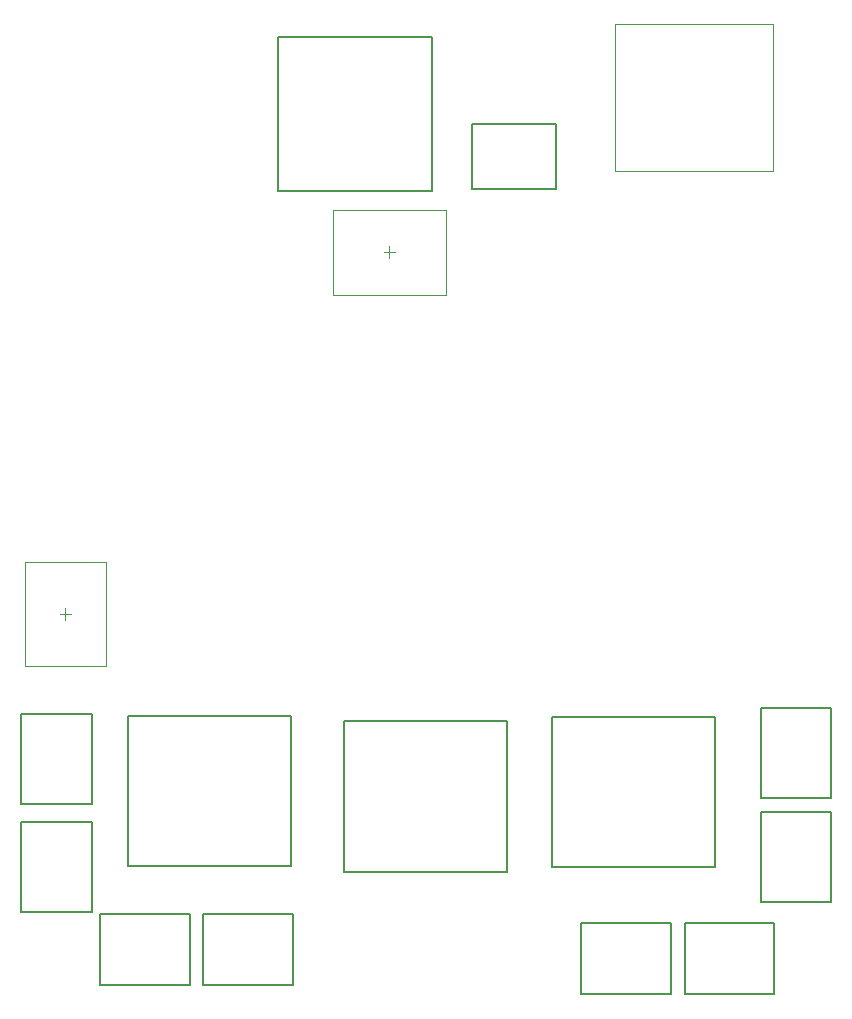
<source format=gbr>
G04*
G04 #@! TF.GenerationSoftware,Altium Limited,Altium Designer,22.9.1 (49)*
G04*
G04 Layer_Color=8388736*
%FSTAX24Y24*%
%MOIN*%
G70*
G04*
G04 #@! TF.SameCoordinates,D3726A14-7932-4F0B-9928-97F3702F6CAB*
G04*
G04*
G04 #@! TF.FilePolarity,Positive*
G04*
G01*
G75*
%ADD13C,0.0079*%
%ADD75C,0.0020*%
D13*
X015193Y029583D02*
X018007D01*
Y027417D02*
Y029583D01*
X015193Y027417D02*
X018007D01*
X015193D02*
Y029583D01*
X003733Y004836D02*
X009167D01*
Y00985D01*
X003733D02*
X009167D01*
X003733Y004836D02*
Y00985D01*
X024822Y006638D02*
X027165D01*
X024822Y003646D02*
Y006638D01*
Y003646D02*
X027165D01*
Y006638D01*
X008741Y032459D02*
X013859D01*
X008741Y027341D02*
Y032459D01*
Y027341D02*
X013859D01*
Y032459D01*
X017883Y009807D02*
X023317D01*
X017883Y004793D02*
Y009807D01*
Y004793D02*
X023317D01*
Y009807D01*
X021828Y000585D02*
Y002928D01*
X018836D02*
X021828D01*
X018836Y000585D02*
Y002928D01*
Y000585D02*
X021828D01*
X025284D02*
Y002928D01*
X022292D02*
X025284D01*
X022292Y000585D02*
Y002928D01*
Y000585D02*
X025284D01*
X024822Y010104D02*
X027165D01*
X024822Y007112D02*
Y010104D01*
Y007112D02*
X027165D01*
Y010104D01*
X009245Y000885D02*
Y003228D01*
X006252D02*
X009245D01*
X006252Y000885D02*
Y003228D01*
Y000885D02*
X009245D01*
X010933Y009657D02*
X016367D01*
X010933Y004643D02*
Y009657D01*
Y004643D02*
X016367D01*
Y009657D01*
X005788Y000885D02*
Y003228D01*
X002796D02*
X005788D01*
X002796Y000885D02*
Y003228D01*
Y000885D02*
X005788D01*
X000185Y003312D02*
X002528D01*
Y006304D01*
X000185D02*
X002528D01*
X000185Y003312D02*
Y006304D01*
Y006896D02*
X002528D01*
Y009888D01*
X000185D02*
X002528D01*
X000185Y006896D02*
Y009888D01*
D75*
X019976Y032891D02*
X025224D01*
Y028009D02*
Y032891D01*
X019976Y028009D02*
X025224D01*
X019976D02*
Y032891D01*
X01245Y025103D02*
Y025497D01*
X012253Y0253D02*
X012647D01*
X01432Y023883D02*
Y026717D01*
X01058D02*
X01432D01*
X01058Y023883D02*
Y026717D01*
Y023883D02*
X01432D01*
X000311Y014982D02*
X002989D01*
X000311Y011518D02*
Y014982D01*
Y011518D02*
X002989D01*
Y014982D01*
X001453Y01325D02*
X001847D01*
X00165Y013053D02*
Y013447D01*
M02*

</source>
